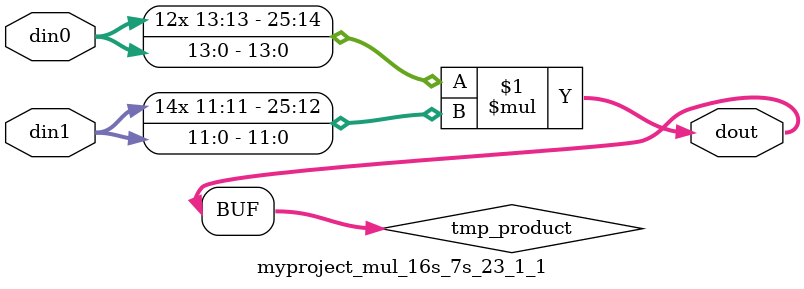
<source format=v>

`timescale 1 ns / 1 ps

 module myproject_mul_16s_7s_23_1_1(din0, din1, dout);
parameter ID = 1;
parameter NUM_STAGE = 0;
parameter din0_WIDTH = 14;
parameter din1_WIDTH = 12;
parameter dout_WIDTH = 26;

input [din0_WIDTH - 1 : 0] din0; 
input [din1_WIDTH - 1 : 0] din1; 
output [dout_WIDTH - 1 : 0] dout;

wire signed [dout_WIDTH - 1 : 0] tmp_product;



























assign tmp_product = $signed(din0) * $signed(din1);








assign dout = tmp_product;





















endmodule

</source>
